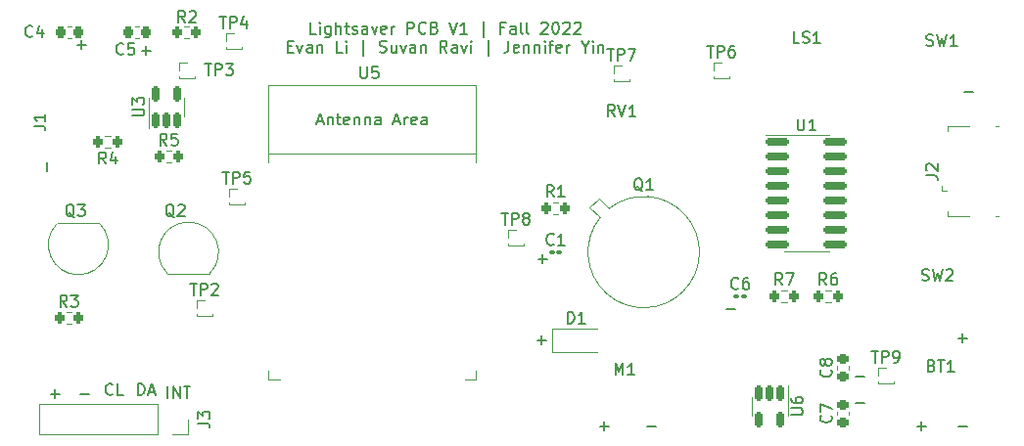
<source format=gto>
G04 #@! TF.GenerationSoftware,KiCad,Pcbnew,(6.0.7-1)-1*
G04 #@! TF.CreationDate,2022-11-10T23:35:09-08:00*
G04 #@! TF.ProjectId,Lightsaber,4c696768-7473-4616-9265-722e6b696361,rev?*
G04 #@! TF.SameCoordinates,Original*
G04 #@! TF.FileFunction,Legend,Top*
G04 #@! TF.FilePolarity,Positive*
%FSLAX46Y46*%
G04 Gerber Fmt 4.6, Leading zero omitted, Abs format (unit mm)*
G04 Created by KiCad (PCBNEW (6.0.7-1)-1) date 2022-11-10 23:35:09*
%MOMM*%
%LPD*%
G01*
G04 APERTURE LIST*
G04 Aperture macros list*
%AMRoundRect*
0 Rectangle with rounded corners*
0 $1 Rounding radius*
0 $2 $3 $4 $5 $6 $7 $8 $9 X,Y pos of 4 corners*
0 Add a 4 corners polygon primitive as box body*
4,1,4,$2,$3,$4,$5,$6,$7,$8,$9,$2,$3,0*
0 Add four circle primitives for the rounded corners*
1,1,$1+$1,$2,$3*
1,1,$1+$1,$4,$5*
1,1,$1+$1,$6,$7*
1,1,$1+$1,$8,$9*
0 Add four rect primitives between the rounded corners*
20,1,$1+$1,$2,$3,$4,$5,0*
20,1,$1+$1,$4,$5,$6,$7,0*
20,1,$1+$1,$6,$7,$8,$9,0*
20,1,$1+$1,$8,$9,$2,$3,0*%
G04 Aperture macros list end*
%ADD10C,0.150000*%
%ADD11C,0.120000*%
%ADD12R,2.000000X2.000000*%
%ADD13R,1.700000X1.700000*%
%ADD14O,1.700000X1.700000*%
%ADD15R,0.850000X0.850000*%
%ADD16RoundRect,0.200000X0.200000X0.275000X-0.200000X0.275000X-0.200000X-0.275000X0.200000X-0.275000X0*%
%ADD17O,1.600000X1.200000*%
%ADD18O,1.200000X1.200000*%
%ADD19RoundRect,0.150000X0.150000X-0.512500X0.150000X0.512500X-0.150000X0.512500X-0.150000X-0.512500X0*%
%ADD20RoundRect,0.200000X-0.200000X-0.275000X0.200000X-0.275000X0.200000X0.275000X-0.200000X0.275000X0*%
%ADD21R,1.100000X1.100000*%
%ADD22C,2.000000*%
%ADD23RoundRect,0.100000X-0.130000X-0.100000X0.130000X-0.100000X0.130000X0.100000X-0.130000X0.100000X0*%
%ADD24RoundRect,0.225000X0.250000X-0.225000X0.250000X0.225000X-0.250000X0.225000X-0.250000X-0.225000X0*%
%ADD25RoundRect,0.225000X-0.225000X-0.250000X0.225000X-0.250000X0.225000X0.250000X-0.225000X0.250000X0*%
%ADD26R,1.500000X0.900000*%
%ADD27R,0.900000X1.500000*%
%ADD28R,0.900000X0.900000*%
%ADD29R,1.050000X1.500000*%
%ADD30O,1.050000X1.500000*%
%ADD31RoundRect,0.150000X-0.150000X0.512500X-0.150000X-0.512500X0.150000X-0.512500X0.150000X0.512500X0*%
%ADD32R,1.350000X0.400000*%
%ADD33C,1.450000*%
%ADD34R,1.900000X1.200000*%
%ADD35O,1.900000X1.200000*%
%ADD36R,1.900000X1.500000*%
%ADD37RoundRect,0.150000X-0.850000X-0.150000X0.850000X-0.150000X0.850000X0.150000X-0.850000X0.150000X0*%
G04 APERTURE END LIST*
D10*
X115681238Y-112974380D02*
X115681238Y-111974380D01*
X116157428Y-112974380D02*
X116157428Y-111974380D01*
X116728857Y-112974380D01*
X116728857Y-111974380D01*
X117062190Y-111974380D02*
X117633619Y-111974380D01*
X117347904Y-112974380D02*
X117347904Y-111974380D01*
X113101523Y-112720380D02*
X113101523Y-111720380D01*
X113339619Y-111720380D01*
X113482476Y-111768000D01*
X113577714Y-111863238D01*
X113625333Y-111958476D01*
X113672952Y-112148952D01*
X113672952Y-112291809D01*
X113625333Y-112482285D01*
X113577714Y-112577523D01*
X113482476Y-112672761D01*
X113339619Y-112720380D01*
X113101523Y-112720380D01*
X114053904Y-112434666D02*
X114530095Y-112434666D01*
X113958666Y-112720380D02*
X114292000Y-111720380D01*
X114625333Y-112720380D01*
X110902761Y-112625142D02*
X110855142Y-112672761D01*
X110712285Y-112720380D01*
X110617047Y-112720380D01*
X110474190Y-112672761D01*
X110378952Y-112577523D01*
X110331333Y-112482285D01*
X110283714Y-112291809D01*
X110283714Y-112148952D01*
X110331333Y-111958476D01*
X110378952Y-111863238D01*
X110474190Y-111768000D01*
X110617047Y-111720380D01*
X110712285Y-111720380D01*
X110855142Y-111768000D01*
X110902761Y-111815619D01*
X111807523Y-112720380D02*
X111331333Y-112720380D01*
X111331333Y-111720380D01*
X108077047Y-112593428D02*
X108838952Y-112593428D01*
X105537047Y-112593428D02*
X106298952Y-112593428D01*
X105918000Y-112974380D02*
X105918000Y-112212476D01*
X153035047Y-115387428D02*
X153796952Y-115387428D01*
X153416000Y-115768380D02*
X153416000Y-115006476D01*
X175133047Y-113355428D02*
X175894952Y-113355428D01*
X105227428Y-93344952D02*
X105227428Y-92583047D01*
X184023047Y-115387428D02*
X184784952Y-115387428D01*
X157099047Y-115387428D02*
X157860952Y-115387428D01*
X163957047Y-105227428D02*
X164718952Y-105227428D01*
X113411047Y-82875428D02*
X114172952Y-82875428D01*
X113792000Y-83256380D02*
X113792000Y-82494476D01*
X147701047Y-100909428D02*
X148462952Y-100909428D01*
X148082000Y-101290380D02*
X148082000Y-100528476D01*
X184023047Y-107767428D02*
X184784952Y-107767428D01*
X184404000Y-108148380D02*
X184404000Y-107386476D01*
X128509523Y-81435380D02*
X128033333Y-81435380D01*
X128033333Y-80435380D01*
X128842857Y-81435380D02*
X128842857Y-80768714D01*
X128842857Y-80435380D02*
X128795238Y-80483000D01*
X128842857Y-80530619D01*
X128890476Y-80483000D01*
X128842857Y-80435380D01*
X128842857Y-80530619D01*
X129747619Y-80768714D02*
X129747619Y-81578238D01*
X129700000Y-81673476D01*
X129652380Y-81721095D01*
X129557142Y-81768714D01*
X129414285Y-81768714D01*
X129319047Y-81721095D01*
X129747619Y-81387761D02*
X129652380Y-81435380D01*
X129461904Y-81435380D01*
X129366666Y-81387761D01*
X129319047Y-81340142D01*
X129271428Y-81244904D01*
X129271428Y-80959190D01*
X129319047Y-80863952D01*
X129366666Y-80816333D01*
X129461904Y-80768714D01*
X129652380Y-80768714D01*
X129747619Y-80816333D01*
X130223809Y-81435380D02*
X130223809Y-80435380D01*
X130652380Y-81435380D02*
X130652380Y-80911571D01*
X130604761Y-80816333D01*
X130509523Y-80768714D01*
X130366666Y-80768714D01*
X130271428Y-80816333D01*
X130223809Y-80863952D01*
X130985714Y-80768714D02*
X131366666Y-80768714D01*
X131128571Y-80435380D02*
X131128571Y-81292523D01*
X131176190Y-81387761D01*
X131271428Y-81435380D01*
X131366666Y-81435380D01*
X131652380Y-81387761D02*
X131747619Y-81435380D01*
X131938095Y-81435380D01*
X132033333Y-81387761D01*
X132080952Y-81292523D01*
X132080952Y-81244904D01*
X132033333Y-81149666D01*
X131938095Y-81102047D01*
X131795238Y-81102047D01*
X131700000Y-81054428D01*
X131652380Y-80959190D01*
X131652380Y-80911571D01*
X131700000Y-80816333D01*
X131795238Y-80768714D01*
X131938095Y-80768714D01*
X132033333Y-80816333D01*
X132938095Y-81435380D02*
X132938095Y-80911571D01*
X132890476Y-80816333D01*
X132795238Y-80768714D01*
X132604761Y-80768714D01*
X132509523Y-80816333D01*
X132938095Y-81387761D02*
X132842857Y-81435380D01*
X132604761Y-81435380D01*
X132509523Y-81387761D01*
X132461904Y-81292523D01*
X132461904Y-81197285D01*
X132509523Y-81102047D01*
X132604761Y-81054428D01*
X132842857Y-81054428D01*
X132938095Y-81006809D01*
X133319047Y-80768714D02*
X133557142Y-81435380D01*
X133795238Y-80768714D01*
X134557142Y-81387761D02*
X134461904Y-81435380D01*
X134271428Y-81435380D01*
X134176190Y-81387761D01*
X134128571Y-81292523D01*
X134128571Y-80911571D01*
X134176190Y-80816333D01*
X134271428Y-80768714D01*
X134461904Y-80768714D01*
X134557142Y-80816333D01*
X134604761Y-80911571D01*
X134604761Y-81006809D01*
X134128571Y-81102047D01*
X135033333Y-81435380D02*
X135033333Y-80768714D01*
X135033333Y-80959190D02*
X135080952Y-80863952D01*
X135128571Y-80816333D01*
X135223809Y-80768714D01*
X135319047Y-80768714D01*
X136414285Y-81435380D02*
X136414285Y-80435380D01*
X136795238Y-80435380D01*
X136890476Y-80483000D01*
X136938095Y-80530619D01*
X136985714Y-80625857D01*
X136985714Y-80768714D01*
X136938095Y-80863952D01*
X136890476Y-80911571D01*
X136795238Y-80959190D01*
X136414285Y-80959190D01*
X137985714Y-81340142D02*
X137938095Y-81387761D01*
X137795238Y-81435380D01*
X137700000Y-81435380D01*
X137557142Y-81387761D01*
X137461904Y-81292523D01*
X137414285Y-81197285D01*
X137366666Y-81006809D01*
X137366666Y-80863952D01*
X137414285Y-80673476D01*
X137461904Y-80578238D01*
X137557142Y-80483000D01*
X137700000Y-80435380D01*
X137795238Y-80435380D01*
X137938095Y-80483000D01*
X137985714Y-80530619D01*
X138747619Y-80911571D02*
X138890476Y-80959190D01*
X138938095Y-81006809D01*
X138985714Y-81102047D01*
X138985714Y-81244904D01*
X138938095Y-81340142D01*
X138890476Y-81387761D01*
X138795238Y-81435380D01*
X138414285Y-81435380D01*
X138414285Y-80435380D01*
X138747619Y-80435380D01*
X138842857Y-80483000D01*
X138890476Y-80530619D01*
X138938095Y-80625857D01*
X138938095Y-80721095D01*
X138890476Y-80816333D01*
X138842857Y-80863952D01*
X138747619Y-80911571D01*
X138414285Y-80911571D01*
X140033333Y-80435380D02*
X140366666Y-81435380D01*
X140700000Y-80435380D01*
X141557142Y-81435380D02*
X140985714Y-81435380D01*
X141271428Y-81435380D02*
X141271428Y-80435380D01*
X141176190Y-80578238D01*
X141080952Y-80673476D01*
X140985714Y-80721095D01*
X142985714Y-81768714D02*
X142985714Y-80340142D01*
X144795238Y-80911571D02*
X144461904Y-80911571D01*
X144461904Y-81435380D02*
X144461904Y-80435380D01*
X144938095Y-80435380D01*
X145747619Y-81435380D02*
X145747619Y-80911571D01*
X145700000Y-80816333D01*
X145604761Y-80768714D01*
X145414285Y-80768714D01*
X145319047Y-80816333D01*
X145747619Y-81387761D02*
X145652380Y-81435380D01*
X145414285Y-81435380D01*
X145319047Y-81387761D01*
X145271428Y-81292523D01*
X145271428Y-81197285D01*
X145319047Y-81102047D01*
X145414285Y-81054428D01*
X145652380Y-81054428D01*
X145747619Y-81006809D01*
X146366666Y-81435380D02*
X146271428Y-81387761D01*
X146223809Y-81292523D01*
X146223809Y-80435380D01*
X146890476Y-81435380D02*
X146795238Y-81387761D01*
X146747619Y-81292523D01*
X146747619Y-80435380D01*
X147985714Y-80530619D02*
X148033333Y-80483000D01*
X148128571Y-80435380D01*
X148366666Y-80435380D01*
X148461904Y-80483000D01*
X148509523Y-80530619D01*
X148557142Y-80625857D01*
X148557142Y-80721095D01*
X148509523Y-80863952D01*
X147938095Y-81435380D01*
X148557142Y-81435380D01*
X149176190Y-80435380D02*
X149271428Y-80435380D01*
X149366666Y-80483000D01*
X149414285Y-80530619D01*
X149461904Y-80625857D01*
X149509523Y-80816333D01*
X149509523Y-81054428D01*
X149461904Y-81244904D01*
X149414285Y-81340142D01*
X149366666Y-81387761D01*
X149271428Y-81435380D01*
X149176190Y-81435380D01*
X149080952Y-81387761D01*
X149033333Y-81340142D01*
X148985714Y-81244904D01*
X148938095Y-81054428D01*
X148938095Y-80816333D01*
X148985714Y-80625857D01*
X149033333Y-80530619D01*
X149080952Y-80483000D01*
X149176190Y-80435380D01*
X149890476Y-80530619D02*
X149938095Y-80483000D01*
X150033333Y-80435380D01*
X150271428Y-80435380D01*
X150366666Y-80483000D01*
X150414285Y-80530619D01*
X150461904Y-80625857D01*
X150461904Y-80721095D01*
X150414285Y-80863952D01*
X149842857Y-81435380D01*
X150461904Y-81435380D01*
X150842857Y-80530619D02*
X150890476Y-80483000D01*
X150985714Y-80435380D01*
X151223809Y-80435380D01*
X151319047Y-80483000D01*
X151366666Y-80530619D01*
X151414285Y-80625857D01*
X151414285Y-80721095D01*
X151366666Y-80863952D01*
X150795238Y-81435380D01*
X151414285Y-81435380D01*
X126057142Y-82521571D02*
X126390476Y-82521571D01*
X126533333Y-83045380D02*
X126057142Y-83045380D01*
X126057142Y-82045380D01*
X126533333Y-82045380D01*
X126866666Y-82378714D02*
X127104761Y-83045380D01*
X127342857Y-82378714D01*
X128152380Y-83045380D02*
X128152380Y-82521571D01*
X128104761Y-82426333D01*
X128009523Y-82378714D01*
X127819047Y-82378714D01*
X127723809Y-82426333D01*
X128152380Y-82997761D02*
X128057142Y-83045380D01*
X127819047Y-83045380D01*
X127723809Y-82997761D01*
X127676190Y-82902523D01*
X127676190Y-82807285D01*
X127723809Y-82712047D01*
X127819047Y-82664428D01*
X128057142Y-82664428D01*
X128152380Y-82616809D01*
X128628571Y-82378714D02*
X128628571Y-83045380D01*
X128628571Y-82473952D02*
X128676190Y-82426333D01*
X128771428Y-82378714D01*
X128914285Y-82378714D01*
X129009523Y-82426333D01*
X129057142Y-82521571D01*
X129057142Y-83045380D01*
X130771428Y-83045380D02*
X130295238Y-83045380D01*
X130295238Y-82045380D01*
X131104761Y-83045380D02*
X131104761Y-82378714D01*
X131104761Y-82045380D02*
X131057142Y-82093000D01*
X131104761Y-82140619D01*
X131152380Y-82093000D01*
X131104761Y-82045380D01*
X131104761Y-82140619D01*
X132580952Y-83378714D02*
X132580952Y-81950142D01*
X134009523Y-82997761D02*
X134152380Y-83045380D01*
X134390476Y-83045380D01*
X134485714Y-82997761D01*
X134533333Y-82950142D01*
X134580952Y-82854904D01*
X134580952Y-82759666D01*
X134533333Y-82664428D01*
X134485714Y-82616809D01*
X134390476Y-82569190D01*
X134200000Y-82521571D01*
X134104761Y-82473952D01*
X134057142Y-82426333D01*
X134009523Y-82331095D01*
X134009523Y-82235857D01*
X134057142Y-82140619D01*
X134104761Y-82093000D01*
X134200000Y-82045380D01*
X134438095Y-82045380D01*
X134580952Y-82093000D01*
X135438095Y-82378714D02*
X135438095Y-83045380D01*
X135009523Y-82378714D02*
X135009523Y-82902523D01*
X135057142Y-82997761D01*
X135152380Y-83045380D01*
X135295238Y-83045380D01*
X135390476Y-82997761D01*
X135438095Y-82950142D01*
X135819047Y-82378714D02*
X136057142Y-83045380D01*
X136295238Y-82378714D01*
X137104761Y-83045380D02*
X137104761Y-82521571D01*
X137057142Y-82426333D01*
X136961904Y-82378714D01*
X136771428Y-82378714D01*
X136676190Y-82426333D01*
X137104761Y-82997761D02*
X137009523Y-83045380D01*
X136771428Y-83045380D01*
X136676190Y-82997761D01*
X136628571Y-82902523D01*
X136628571Y-82807285D01*
X136676190Y-82712047D01*
X136771428Y-82664428D01*
X137009523Y-82664428D01*
X137104761Y-82616809D01*
X137580952Y-82378714D02*
X137580952Y-83045380D01*
X137580952Y-82473952D02*
X137628571Y-82426333D01*
X137723809Y-82378714D01*
X137866666Y-82378714D01*
X137961904Y-82426333D01*
X138009523Y-82521571D01*
X138009523Y-83045380D01*
X139819047Y-83045380D02*
X139485714Y-82569190D01*
X139247619Y-83045380D02*
X139247619Y-82045380D01*
X139628571Y-82045380D01*
X139723809Y-82093000D01*
X139771428Y-82140619D01*
X139819047Y-82235857D01*
X139819047Y-82378714D01*
X139771428Y-82473952D01*
X139723809Y-82521571D01*
X139628571Y-82569190D01*
X139247619Y-82569190D01*
X140676190Y-83045380D02*
X140676190Y-82521571D01*
X140628571Y-82426333D01*
X140533333Y-82378714D01*
X140342857Y-82378714D01*
X140247619Y-82426333D01*
X140676190Y-82997761D02*
X140580952Y-83045380D01*
X140342857Y-83045380D01*
X140247619Y-82997761D01*
X140200000Y-82902523D01*
X140200000Y-82807285D01*
X140247619Y-82712047D01*
X140342857Y-82664428D01*
X140580952Y-82664428D01*
X140676190Y-82616809D01*
X141057142Y-82378714D02*
X141295238Y-83045380D01*
X141533333Y-82378714D01*
X141914285Y-83045380D02*
X141914285Y-82378714D01*
X141914285Y-82045380D02*
X141866666Y-82093000D01*
X141914285Y-82140619D01*
X141961904Y-82093000D01*
X141914285Y-82045380D01*
X141914285Y-82140619D01*
X143390476Y-83378714D02*
X143390476Y-81950142D01*
X145152380Y-82045380D02*
X145152380Y-82759666D01*
X145104761Y-82902523D01*
X145009523Y-82997761D01*
X144866666Y-83045380D01*
X144771428Y-83045380D01*
X146009523Y-82997761D02*
X145914285Y-83045380D01*
X145723809Y-83045380D01*
X145628571Y-82997761D01*
X145580952Y-82902523D01*
X145580952Y-82521571D01*
X145628571Y-82426333D01*
X145723809Y-82378714D01*
X145914285Y-82378714D01*
X146009523Y-82426333D01*
X146057142Y-82521571D01*
X146057142Y-82616809D01*
X145580952Y-82712047D01*
X146485714Y-82378714D02*
X146485714Y-83045380D01*
X146485714Y-82473952D02*
X146533333Y-82426333D01*
X146628571Y-82378714D01*
X146771428Y-82378714D01*
X146866666Y-82426333D01*
X146914285Y-82521571D01*
X146914285Y-83045380D01*
X147390476Y-82378714D02*
X147390476Y-83045380D01*
X147390476Y-82473952D02*
X147438095Y-82426333D01*
X147533333Y-82378714D01*
X147676190Y-82378714D01*
X147771428Y-82426333D01*
X147819047Y-82521571D01*
X147819047Y-83045380D01*
X148295238Y-83045380D02*
X148295238Y-82378714D01*
X148295238Y-82045380D02*
X148247619Y-82093000D01*
X148295238Y-82140619D01*
X148342857Y-82093000D01*
X148295238Y-82045380D01*
X148295238Y-82140619D01*
X148628571Y-82378714D02*
X149009523Y-82378714D01*
X148771428Y-83045380D02*
X148771428Y-82188238D01*
X148819047Y-82093000D01*
X148914285Y-82045380D01*
X149009523Y-82045380D01*
X149723809Y-82997761D02*
X149628571Y-83045380D01*
X149438095Y-83045380D01*
X149342857Y-82997761D01*
X149295238Y-82902523D01*
X149295238Y-82521571D01*
X149342857Y-82426333D01*
X149438095Y-82378714D01*
X149628571Y-82378714D01*
X149723809Y-82426333D01*
X149771428Y-82521571D01*
X149771428Y-82616809D01*
X149295238Y-82712047D01*
X150200000Y-83045380D02*
X150200000Y-82378714D01*
X150200000Y-82569190D02*
X150247619Y-82473952D01*
X150295238Y-82426333D01*
X150390476Y-82378714D01*
X150485714Y-82378714D01*
X151771428Y-82569190D02*
X151771428Y-83045380D01*
X151438095Y-82045380D02*
X151771428Y-82569190D01*
X152104761Y-82045380D01*
X152438095Y-83045380D02*
X152438095Y-82378714D01*
X152438095Y-82045380D02*
X152390476Y-82093000D01*
X152438095Y-82140619D01*
X152485714Y-82093000D01*
X152438095Y-82045380D01*
X152438095Y-82140619D01*
X152914285Y-82378714D02*
X152914285Y-83045380D01*
X152914285Y-82473952D02*
X152961904Y-82426333D01*
X153057142Y-82378714D01*
X153200000Y-82378714D01*
X153295238Y-82426333D01*
X153342857Y-82521571D01*
X153342857Y-83045380D01*
X107823047Y-82367428D02*
X108584952Y-82367428D01*
X108204000Y-82748380D02*
X108204000Y-81986476D01*
X180467047Y-115387428D02*
X181228952Y-115387428D01*
X180848000Y-115768380D02*
X180848000Y-115006476D01*
X175133047Y-111069428D02*
X175894952Y-111069428D01*
X148010571Y-107569047D02*
X148010571Y-108330952D01*
X147629619Y-107950000D02*
X148391523Y-107950000D01*
X184531047Y-86431428D02*
X185292952Y-86431428D01*
X104100380Y-89423333D02*
X104814666Y-89423333D01*
X104957523Y-89470952D01*
X105052761Y-89566190D01*
X105100380Y-89709047D01*
X105100380Y-89804285D01*
X105100380Y-88423333D02*
X105100380Y-88994761D01*
X105100380Y-88709047D02*
X104100380Y-88709047D01*
X104243238Y-88804285D01*
X104338476Y-88899523D01*
X104386095Y-88994761D01*
X118300380Y-115141333D02*
X119014666Y-115141333D01*
X119157523Y-115188952D01*
X119252761Y-115284190D01*
X119300380Y-115427047D01*
X119300380Y-115522285D01*
X118300380Y-114760380D02*
X118300380Y-114141333D01*
X118681333Y-114474666D01*
X118681333Y-114331809D01*
X118728952Y-114236571D01*
X118776571Y-114188952D01*
X118871809Y-114141333D01*
X119109904Y-114141333D01*
X119205142Y-114188952D01*
X119252761Y-114236571D01*
X119300380Y-114331809D01*
X119300380Y-114617523D01*
X119252761Y-114712761D01*
X119205142Y-114760380D01*
X176538095Y-108890380D02*
X177109523Y-108890380D01*
X176823809Y-109890380D02*
X176823809Y-108890380D01*
X177442857Y-109890380D02*
X177442857Y-108890380D01*
X177823809Y-108890380D01*
X177919047Y-108938000D01*
X177966666Y-108985619D01*
X178014285Y-109080857D01*
X178014285Y-109223714D01*
X177966666Y-109318952D01*
X177919047Y-109366571D01*
X177823809Y-109414190D01*
X177442857Y-109414190D01*
X178490476Y-109890380D02*
X178680952Y-109890380D01*
X178776190Y-109842761D01*
X178823809Y-109795142D01*
X178919047Y-109652285D01*
X178966666Y-109461809D01*
X178966666Y-109080857D01*
X178919047Y-108985619D01*
X178871428Y-108938000D01*
X178776190Y-108890380D01*
X178585714Y-108890380D01*
X178490476Y-108938000D01*
X178442857Y-108985619D01*
X178395238Y-109080857D01*
X178395238Y-109318952D01*
X178442857Y-109414190D01*
X178490476Y-109461809D01*
X178585714Y-109509428D01*
X178776190Y-109509428D01*
X178871428Y-109461809D01*
X178919047Y-109414190D01*
X178966666Y-109318952D01*
X144534095Y-96952380D02*
X145105523Y-96952380D01*
X144819809Y-97952380D02*
X144819809Y-96952380D01*
X145438857Y-97952380D02*
X145438857Y-96952380D01*
X145819809Y-96952380D01*
X145915047Y-97000000D01*
X145962666Y-97047619D01*
X146010285Y-97142857D01*
X146010285Y-97285714D01*
X145962666Y-97380952D01*
X145915047Y-97428571D01*
X145819809Y-97476190D01*
X145438857Y-97476190D01*
X146581714Y-97380952D02*
X146486476Y-97333333D01*
X146438857Y-97285714D01*
X146391238Y-97190476D01*
X146391238Y-97142857D01*
X146438857Y-97047619D01*
X146486476Y-97000000D01*
X146581714Y-96952380D01*
X146772190Y-96952380D01*
X146867428Y-97000000D01*
X146915047Y-97047619D01*
X146962666Y-97142857D01*
X146962666Y-97190476D01*
X146915047Y-97285714D01*
X146867428Y-97333333D01*
X146772190Y-97380952D01*
X146581714Y-97380952D01*
X146486476Y-97428571D01*
X146438857Y-97476190D01*
X146391238Y-97571428D01*
X146391238Y-97761904D01*
X146438857Y-97857142D01*
X146486476Y-97904761D01*
X146581714Y-97952380D01*
X146772190Y-97952380D01*
X146867428Y-97904761D01*
X146915047Y-97857142D01*
X146962666Y-97761904D01*
X146962666Y-97571428D01*
X146915047Y-97476190D01*
X146867428Y-97428571D01*
X146772190Y-97380952D01*
X153678095Y-82728380D02*
X154249523Y-82728380D01*
X153963809Y-83728380D02*
X153963809Y-82728380D01*
X154582857Y-83728380D02*
X154582857Y-82728380D01*
X154963809Y-82728380D01*
X155059047Y-82776000D01*
X155106666Y-82823619D01*
X155154285Y-82918857D01*
X155154285Y-83061714D01*
X155106666Y-83156952D01*
X155059047Y-83204571D01*
X154963809Y-83252190D01*
X154582857Y-83252190D01*
X155487619Y-82728380D02*
X156154285Y-82728380D01*
X155725714Y-83728380D01*
X162314095Y-82474380D02*
X162885523Y-82474380D01*
X162599809Y-83474380D02*
X162599809Y-82474380D01*
X163218857Y-83474380D02*
X163218857Y-82474380D01*
X163599809Y-82474380D01*
X163695047Y-82522000D01*
X163742666Y-82569619D01*
X163790285Y-82664857D01*
X163790285Y-82807714D01*
X163742666Y-82902952D01*
X163695047Y-82950571D01*
X163599809Y-82998190D01*
X163218857Y-82998190D01*
X164647428Y-82474380D02*
X164456952Y-82474380D01*
X164361714Y-82522000D01*
X164314095Y-82569619D01*
X164218857Y-82712476D01*
X164171238Y-82902952D01*
X164171238Y-83283904D01*
X164218857Y-83379142D01*
X164266476Y-83426761D01*
X164361714Y-83474380D01*
X164552190Y-83474380D01*
X164647428Y-83426761D01*
X164695047Y-83379142D01*
X164742666Y-83283904D01*
X164742666Y-83045809D01*
X164695047Y-82950571D01*
X164647428Y-82902952D01*
X164552190Y-82855333D01*
X164361714Y-82855333D01*
X164266476Y-82902952D01*
X164218857Y-82950571D01*
X164171238Y-83045809D01*
X120404095Y-93396380D02*
X120975523Y-93396380D01*
X120689809Y-94396380D02*
X120689809Y-93396380D01*
X121308857Y-94396380D02*
X121308857Y-93396380D01*
X121689809Y-93396380D01*
X121785047Y-93444000D01*
X121832666Y-93491619D01*
X121880285Y-93586857D01*
X121880285Y-93729714D01*
X121832666Y-93824952D01*
X121785047Y-93872571D01*
X121689809Y-93920190D01*
X121308857Y-93920190D01*
X122785047Y-93396380D02*
X122308857Y-93396380D01*
X122261238Y-93872571D01*
X122308857Y-93824952D01*
X122404095Y-93777333D01*
X122642190Y-93777333D01*
X122737428Y-93824952D01*
X122785047Y-93872571D01*
X122832666Y-93967809D01*
X122832666Y-94205904D01*
X122785047Y-94301142D01*
X122737428Y-94348761D01*
X122642190Y-94396380D01*
X122404095Y-94396380D01*
X122308857Y-94348761D01*
X122261238Y-94301142D01*
X120150095Y-79934380D02*
X120721523Y-79934380D01*
X120435809Y-80934380D02*
X120435809Y-79934380D01*
X121054857Y-80934380D02*
X121054857Y-79934380D01*
X121435809Y-79934380D01*
X121531047Y-79982000D01*
X121578666Y-80029619D01*
X121626285Y-80124857D01*
X121626285Y-80267714D01*
X121578666Y-80362952D01*
X121531047Y-80410571D01*
X121435809Y-80458190D01*
X121054857Y-80458190D01*
X122483428Y-80267714D02*
X122483428Y-80934380D01*
X122245333Y-79886761D02*
X122007238Y-80601047D01*
X122626285Y-80601047D01*
X118880095Y-84034380D02*
X119451523Y-84034380D01*
X119165809Y-85034380D02*
X119165809Y-84034380D01*
X119784857Y-85034380D02*
X119784857Y-84034380D01*
X120165809Y-84034380D01*
X120261047Y-84082000D01*
X120308666Y-84129619D01*
X120356285Y-84224857D01*
X120356285Y-84367714D01*
X120308666Y-84462952D01*
X120261047Y-84510571D01*
X120165809Y-84558190D01*
X119784857Y-84558190D01*
X120689619Y-84034380D02*
X121308666Y-84034380D01*
X120975333Y-84415333D01*
X121118190Y-84415333D01*
X121213428Y-84462952D01*
X121261047Y-84510571D01*
X121308666Y-84605809D01*
X121308666Y-84843904D01*
X121261047Y-84939142D01*
X121213428Y-84986761D01*
X121118190Y-85034380D01*
X120832476Y-85034380D01*
X120737238Y-84986761D01*
X120689619Y-84939142D01*
X117610095Y-103048380D02*
X118181523Y-103048380D01*
X117895809Y-104048380D02*
X117895809Y-103048380D01*
X118514857Y-104048380D02*
X118514857Y-103048380D01*
X118895809Y-103048380D01*
X118991047Y-103096000D01*
X119038666Y-103143619D01*
X119086285Y-103238857D01*
X119086285Y-103381714D01*
X119038666Y-103476952D01*
X118991047Y-103524571D01*
X118895809Y-103572190D01*
X118514857Y-103572190D01*
X119467238Y-103143619D02*
X119514857Y-103096000D01*
X119610095Y-103048380D01*
X119848190Y-103048380D01*
X119943428Y-103096000D01*
X119991047Y-103143619D01*
X120038666Y-103238857D01*
X120038666Y-103334095D01*
X119991047Y-103476952D01*
X119419619Y-104048380D01*
X120038666Y-104048380D01*
X110323333Y-92687380D02*
X109990000Y-92211190D01*
X109751904Y-92687380D02*
X109751904Y-91687380D01*
X110132857Y-91687380D01*
X110228095Y-91735000D01*
X110275714Y-91782619D01*
X110323333Y-91877857D01*
X110323333Y-92020714D01*
X110275714Y-92115952D01*
X110228095Y-92163571D01*
X110132857Y-92211190D01*
X109751904Y-92211190D01*
X111180476Y-92020714D02*
X111180476Y-92687380D01*
X110942380Y-91639761D02*
X110704285Y-92354047D01*
X111323333Y-92354047D01*
X156749761Y-95057619D02*
X156654523Y-95010000D01*
X156559285Y-94914761D01*
X156416428Y-94771904D01*
X156321190Y-94724285D01*
X156225952Y-94724285D01*
X156273571Y-94962380D02*
X156178333Y-94914761D01*
X156083095Y-94819523D01*
X156035476Y-94629047D01*
X156035476Y-94295714D01*
X156083095Y-94105238D01*
X156178333Y-94010000D01*
X156273571Y-93962380D01*
X156464047Y-93962380D01*
X156559285Y-94010000D01*
X156654523Y-94105238D01*
X156702142Y-94295714D01*
X156702142Y-94629047D01*
X156654523Y-94819523D01*
X156559285Y-94914761D01*
X156464047Y-94962380D01*
X156273571Y-94962380D01*
X157654523Y-94962380D02*
X157083095Y-94962380D01*
X157368809Y-94962380D02*
X157368809Y-93962380D01*
X157273571Y-94105238D01*
X157178333Y-94200476D01*
X157083095Y-94248095D01*
X112622380Y-88524404D02*
X113431904Y-88524404D01*
X113527142Y-88476785D01*
X113574761Y-88429166D01*
X113622380Y-88333928D01*
X113622380Y-88143452D01*
X113574761Y-88048214D01*
X113527142Y-88000595D01*
X113431904Y-87952976D01*
X112622380Y-87952976D01*
X112622380Y-87572023D02*
X112622380Y-86952976D01*
X113003333Y-87286309D01*
X113003333Y-87143452D01*
X113050952Y-87048214D01*
X113098571Y-87000595D01*
X113193809Y-86952976D01*
X113431904Y-86952976D01*
X113527142Y-87000595D01*
X113574761Y-87048214D01*
X113622380Y-87143452D01*
X113622380Y-87429166D01*
X113574761Y-87524404D01*
X113527142Y-87572023D01*
X181292666Y-82446761D02*
X181435523Y-82494380D01*
X181673619Y-82494380D01*
X181768857Y-82446761D01*
X181816476Y-82399142D01*
X181864095Y-82303904D01*
X181864095Y-82208666D01*
X181816476Y-82113428D01*
X181768857Y-82065809D01*
X181673619Y-82018190D01*
X181483142Y-81970571D01*
X181387904Y-81922952D01*
X181340285Y-81875333D01*
X181292666Y-81780095D01*
X181292666Y-81684857D01*
X181340285Y-81589619D01*
X181387904Y-81542000D01*
X181483142Y-81494380D01*
X181721238Y-81494380D01*
X181864095Y-81542000D01*
X182197428Y-81494380D02*
X182435523Y-82494380D01*
X182626000Y-81780095D01*
X182816476Y-82494380D01*
X183054571Y-81494380D01*
X183959333Y-82494380D02*
X183387904Y-82494380D01*
X183673619Y-82494380D02*
X183673619Y-81494380D01*
X183578380Y-81637238D01*
X183483142Y-81732476D01*
X183387904Y-81780095D01*
X149058333Y-95542380D02*
X148725000Y-95066190D01*
X148486904Y-95542380D02*
X148486904Y-94542380D01*
X148867857Y-94542380D01*
X148963095Y-94590000D01*
X149010714Y-94637619D01*
X149058333Y-94732857D01*
X149058333Y-94875714D01*
X149010714Y-94970952D01*
X148963095Y-95018571D01*
X148867857Y-95066190D01*
X148486904Y-95066190D01*
X150010714Y-95542380D02*
X149439285Y-95542380D01*
X149725000Y-95542380D02*
X149725000Y-94542380D01*
X149629761Y-94685238D01*
X149534523Y-94780476D01*
X149439285Y-94828095D01*
X117181333Y-80462380D02*
X116848000Y-79986190D01*
X116609904Y-80462380D02*
X116609904Y-79462380D01*
X116990857Y-79462380D01*
X117086095Y-79510000D01*
X117133714Y-79557619D01*
X117181333Y-79652857D01*
X117181333Y-79795714D01*
X117133714Y-79890952D01*
X117086095Y-79938571D01*
X116990857Y-79986190D01*
X116609904Y-79986190D01*
X117562285Y-79557619D02*
X117609904Y-79510000D01*
X117705142Y-79462380D01*
X117943238Y-79462380D01*
X118038476Y-79510000D01*
X118086095Y-79557619D01*
X118133714Y-79652857D01*
X118133714Y-79748095D01*
X118086095Y-79890952D01*
X117514666Y-80462380D01*
X118133714Y-80462380D01*
X150264904Y-106497380D02*
X150264904Y-105497380D01*
X150503000Y-105497380D01*
X150645857Y-105545000D01*
X150741095Y-105640238D01*
X150788714Y-105735476D01*
X150836333Y-105925952D01*
X150836333Y-106068809D01*
X150788714Y-106259285D01*
X150741095Y-106354523D01*
X150645857Y-106449761D01*
X150503000Y-106497380D01*
X150264904Y-106497380D01*
X151788714Y-106497380D02*
X151217285Y-106497380D01*
X151503000Y-106497380D02*
X151503000Y-105497380D01*
X151407761Y-105640238D01*
X151312523Y-105735476D01*
X151217285Y-105783095D01*
X180911666Y-102766761D02*
X181054523Y-102814380D01*
X181292619Y-102814380D01*
X181387857Y-102766761D01*
X181435476Y-102719142D01*
X181483095Y-102623904D01*
X181483095Y-102528666D01*
X181435476Y-102433428D01*
X181387857Y-102385809D01*
X181292619Y-102338190D01*
X181102142Y-102290571D01*
X181006904Y-102242952D01*
X180959285Y-102195333D01*
X180911666Y-102100095D01*
X180911666Y-102004857D01*
X180959285Y-101909619D01*
X181006904Y-101862000D01*
X181102142Y-101814380D01*
X181340238Y-101814380D01*
X181483095Y-101862000D01*
X181816428Y-101814380D02*
X182054523Y-102814380D01*
X182245000Y-102100095D01*
X182435476Y-102814380D01*
X182673571Y-101814380D01*
X183006904Y-101909619D02*
X183054523Y-101862000D01*
X183149761Y-101814380D01*
X183387857Y-101814380D01*
X183483095Y-101862000D01*
X183530714Y-101909619D01*
X183578333Y-102004857D01*
X183578333Y-102100095D01*
X183530714Y-102242952D01*
X182959285Y-102814380D01*
X183578333Y-102814380D01*
X154344761Y-88590380D02*
X154011428Y-88114190D01*
X153773333Y-88590380D02*
X153773333Y-87590380D01*
X154154285Y-87590380D01*
X154249523Y-87638000D01*
X154297142Y-87685619D01*
X154344761Y-87780857D01*
X154344761Y-87923714D01*
X154297142Y-88018952D01*
X154249523Y-88066571D01*
X154154285Y-88114190D01*
X153773333Y-88114190D01*
X154630476Y-87590380D02*
X154963809Y-88590380D01*
X155297142Y-87590380D01*
X156154285Y-88590380D02*
X155582857Y-88590380D01*
X155868571Y-88590380D02*
X155868571Y-87590380D01*
X155773333Y-87733238D01*
X155678095Y-87828476D01*
X155582857Y-87876095D01*
X149058333Y-99637142D02*
X149010714Y-99684761D01*
X148867857Y-99732380D01*
X148772619Y-99732380D01*
X148629761Y-99684761D01*
X148534523Y-99589523D01*
X148486904Y-99494285D01*
X148439285Y-99303809D01*
X148439285Y-99160952D01*
X148486904Y-98970476D01*
X148534523Y-98875238D01*
X148629761Y-98780000D01*
X148772619Y-98732380D01*
X148867857Y-98732380D01*
X149010714Y-98780000D01*
X149058333Y-98827619D01*
X150010714Y-99732380D02*
X149439285Y-99732380D01*
X149725000Y-99732380D02*
X149725000Y-98732380D01*
X149629761Y-98875238D01*
X149534523Y-98970476D01*
X149439285Y-99018095D01*
X173012142Y-114466666D02*
X173059761Y-114514285D01*
X173107380Y-114657142D01*
X173107380Y-114752380D01*
X173059761Y-114895238D01*
X172964523Y-114990476D01*
X172869285Y-115038095D01*
X172678809Y-115085714D01*
X172535952Y-115085714D01*
X172345476Y-115038095D01*
X172250238Y-114990476D01*
X172155000Y-114895238D01*
X172107380Y-114752380D01*
X172107380Y-114657142D01*
X172155000Y-114514285D01*
X172202619Y-114466666D01*
X172107380Y-114133333D02*
X172107380Y-113466666D01*
X173107380Y-113895238D01*
X103973333Y-81637142D02*
X103925714Y-81684761D01*
X103782857Y-81732380D01*
X103687619Y-81732380D01*
X103544761Y-81684761D01*
X103449523Y-81589523D01*
X103401904Y-81494285D01*
X103354285Y-81303809D01*
X103354285Y-81160952D01*
X103401904Y-80970476D01*
X103449523Y-80875238D01*
X103544761Y-80780000D01*
X103687619Y-80732380D01*
X103782857Y-80732380D01*
X103925714Y-80780000D01*
X103973333Y-80827619D01*
X104830476Y-81065714D02*
X104830476Y-81732380D01*
X104592380Y-80684761D02*
X104354285Y-81399047D01*
X104973333Y-81399047D01*
X173012142Y-110516666D02*
X173059761Y-110564285D01*
X173107380Y-110707142D01*
X173107380Y-110802380D01*
X173059761Y-110945238D01*
X172964523Y-111040476D01*
X172869285Y-111088095D01*
X172678809Y-111135714D01*
X172535952Y-111135714D01*
X172345476Y-111088095D01*
X172250238Y-111040476D01*
X172155000Y-110945238D01*
X172107380Y-110802380D01*
X172107380Y-110707142D01*
X172155000Y-110564285D01*
X172202619Y-110516666D01*
X172535952Y-109945238D02*
X172488333Y-110040476D01*
X172440714Y-110088095D01*
X172345476Y-110135714D01*
X172297857Y-110135714D01*
X172202619Y-110088095D01*
X172155000Y-110040476D01*
X172107380Y-109945238D01*
X172107380Y-109754761D01*
X172155000Y-109659523D01*
X172202619Y-109611904D01*
X172297857Y-109564285D01*
X172345476Y-109564285D01*
X172440714Y-109611904D01*
X172488333Y-109659523D01*
X172535952Y-109754761D01*
X172535952Y-109945238D01*
X172583571Y-110040476D01*
X172631190Y-110088095D01*
X172726428Y-110135714D01*
X172916904Y-110135714D01*
X173012142Y-110088095D01*
X173059761Y-110040476D01*
X173107380Y-109945238D01*
X173107380Y-109754761D01*
X173059761Y-109659523D01*
X173012142Y-109611904D01*
X172916904Y-109564285D01*
X172726428Y-109564285D01*
X172631190Y-109611904D01*
X172583571Y-109659523D01*
X172535952Y-109754761D01*
X132334095Y-84288380D02*
X132334095Y-85097904D01*
X132381714Y-85193142D01*
X132429333Y-85240761D01*
X132524571Y-85288380D01*
X132715047Y-85288380D01*
X132810285Y-85240761D01*
X132857904Y-85193142D01*
X132905523Y-85097904D01*
X132905523Y-84288380D01*
X133857904Y-84288380D02*
X133381714Y-84288380D01*
X133334095Y-84764571D01*
X133381714Y-84716952D01*
X133476952Y-84669333D01*
X133715047Y-84669333D01*
X133810285Y-84716952D01*
X133857904Y-84764571D01*
X133905523Y-84859809D01*
X133905523Y-85097904D01*
X133857904Y-85193142D01*
X133810285Y-85240761D01*
X133715047Y-85288380D01*
X133476952Y-85288380D01*
X133381714Y-85240761D01*
X133334095Y-85193142D01*
X128588095Y-89016666D02*
X129064285Y-89016666D01*
X128492857Y-89302380D02*
X128826190Y-88302380D01*
X129159523Y-89302380D01*
X129492857Y-88635714D02*
X129492857Y-89302380D01*
X129492857Y-88730952D02*
X129540476Y-88683333D01*
X129635714Y-88635714D01*
X129778571Y-88635714D01*
X129873809Y-88683333D01*
X129921428Y-88778571D01*
X129921428Y-89302380D01*
X130254761Y-88635714D02*
X130635714Y-88635714D01*
X130397619Y-88302380D02*
X130397619Y-89159523D01*
X130445238Y-89254761D01*
X130540476Y-89302380D01*
X130635714Y-89302380D01*
X131350000Y-89254761D02*
X131254761Y-89302380D01*
X131064285Y-89302380D01*
X130969047Y-89254761D01*
X130921428Y-89159523D01*
X130921428Y-88778571D01*
X130969047Y-88683333D01*
X131064285Y-88635714D01*
X131254761Y-88635714D01*
X131350000Y-88683333D01*
X131397619Y-88778571D01*
X131397619Y-88873809D01*
X130921428Y-88969047D01*
X131826190Y-88635714D02*
X131826190Y-89302380D01*
X131826190Y-88730952D02*
X131873809Y-88683333D01*
X131969047Y-88635714D01*
X132111904Y-88635714D01*
X132207142Y-88683333D01*
X132254761Y-88778571D01*
X132254761Y-89302380D01*
X132730952Y-88635714D02*
X132730952Y-89302380D01*
X132730952Y-88730952D02*
X132778571Y-88683333D01*
X132873809Y-88635714D01*
X133016666Y-88635714D01*
X133111904Y-88683333D01*
X133159523Y-88778571D01*
X133159523Y-89302380D01*
X134064285Y-89302380D02*
X134064285Y-88778571D01*
X134016666Y-88683333D01*
X133921428Y-88635714D01*
X133730952Y-88635714D01*
X133635714Y-88683333D01*
X134064285Y-89254761D02*
X133969047Y-89302380D01*
X133730952Y-89302380D01*
X133635714Y-89254761D01*
X133588095Y-89159523D01*
X133588095Y-89064285D01*
X133635714Y-88969047D01*
X133730952Y-88921428D01*
X133969047Y-88921428D01*
X134064285Y-88873809D01*
X135254761Y-89016666D02*
X135730952Y-89016666D01*
X135159523Y-89302380D02*
X135492857Y-88302380D01*
X135826190Y-89302380D01*
X136159523Y-89302380D02*
X136159523Y-88635714D01*
X136159523Y-88826190D02*
X136207142Y-88730952D01*
X136254761Y-88683333D01*
X136350000Y-88635714D01*
X136445238Y-88635714D01*
X137159523Y-89254761D02*
X137064285Y-89302380D01*
X136873809Y-89302380D01*
X136778571Y-89254761D01*
X136730952Y-89159523D01*
X136730952Y-88778571D01*
X136778571Y-88683333D01*
X136873809Y-88635714D01*
X137064285Y-88635714D01*
X137159523Y-88683333D01*
X137207142Y-88778571D01*
X137207142Y-88873809D01*
X136730952Y-88969047D01*
X138064285Y-89302380D02*
X138064285Y-88778571D01*
X138016666Y-88683333D01*
X137921428Y-88635714D01*
X137730952Y-88635714D01*
X137635714Y-88683333D01*
X138064285Y-89254761D02*
X137969047Y-89302380D01*
X137730952Y-89302380D01*
X137635714Y-89254761D01*
X137588095Y-89159523D01*
X137588095Y-89064285D01*
X137635714Y-88969047D01*
X137730952Y-88921428D01*
X137969047Y-88921428D01*
X138064285Y-88873809D01*
X181744285Y-110164571D02*
X181887142Y-110212190D01*
X181934761Y-110259809D01*
X181982380Y-110355047D01*
X181982380Y-110497904D01*
X181934761Y-110593142D01*
X181887142Y-110640761D01*
X181791904Y-110688380D01*
X181410952Y-110688380D01*
X181410952Y-109688380D01*
X181744285Y-109688380D01*
X181839523Y-109736000D01*
X181887142Y-109783619D01*
X181934761Y-109878857D01*
X181934761Y-109974095D01*
X181887142Y-110069333D01*
X181839523Y-110116952D01*
X181744285Y-110164571D01*
X181410952Y-110164571D01*
X182268095Y-109688380D02*
X182839523Y-109688380D01*
X182553809Y-110688380D02*
X182553809Y-109688380D01*
X183696666Y-110688380D02*
X183125238Y-110688380D01*
X183410952Y-110688380D02*
X183410952Y-109688380D01*
X183315714Y-109831238D01*
X183220476Y-109926476D01*
X183125238Y-109974095D01*
X168838333Y-103162380D02*
X168505000Y-102686190D01*
X168266904Y-103162380D02*
X168266904Y-102162380D01*
X168647857Y-102162380D01*
X168743095Y-102210000D01*
X168790714Y-102257619D01*
X168838333Y-102352857D01*
X168838333Y-102495714D01*
X168790714Y-102590952D01*
X168743095Y-102638571D01*
X168647857Y-102686190D01*
X168266904Y-102686190D01*
X169171666Y-102162380D02*
X169838333Y-102162380D01*
X169409761Y-103162380D01*
X111847333Y-83161142D02*
X111799714Y-83208761D01*
X111656857Y-83256380D01*
X111561619Y-83256380D01*
X111418761Y-83208761D01*
X111323523Y-83113523D01*
X111275904Y-83018285D01*
X111228285Y-82827809D01*
X111228285Y-82684952D01*
X111275904Y-82494476D01*
X111323523Y-82399238D01*
X111418761Y-82304000D01*
X111561619Y-82256380D01*
X111656857Y-82256380D01*
X111799714Y-82304000D01*
X111847333Y-82351619D01*
X112752095Y-82256380D02*
X112275904Y-82256380D01*
X112228285Y-82732571D01*
X112275904Y-82684952D01*
X112371142Y-82637333D01*
X112609238Y-82637333D01*
X112704476Y-82684952D01*
X112752095Y-82732571D01*
X112799714Y-82827809D01*
X112799714Y-83065904D01*
X112752095Y-83161142D01*
X112704476Y-83208761D01*
X112609238Y-83256380D01*
X112371142Y-83256380D01*
X112275904Y-83208761D01*
X112228285Y-83161142D01*
X107600761Y-97321619D02*
X107505523Y-97274000D01*
X107410285Y-97178761D01*
X107267428Y-97035904D01*
X107172190Y-96988285D01*
X107076952Y-96988285D01*
X107124571Y-97226380D02*
X107029333Y-97178761D01*
X106934095Y-97083523D01*
X106886476Y-96893047D01*
X106886476Y-96559714D01*
X106934095Y-96369238D01*
X107029333Y-96274000D01*
X107124571Y-96226380D01*
X107315047Y-96226380D01*
X107410285Y-96274000D01*
X107505523Y-96369238D01*
X107553142Y-96559714D01*
X107553142Y-96893047D01*
X107505523Y-97083523D01*
X107410285Y-97178761D01*
X107315047Y-97226380D01*
X107124571Y-97226380D01*
X107886476Y-96226380D02*
X108505523Y-96226380D01*
X108172190Y-96607333D01*
X108315047Y-96607333D01*
X108410285Y-96654952D01*
X108457904Y-96702571D01*
X108505523Y-96797809D01*
X108505523Y-97035904D01*
X108457904Y-97131142D01*
X108410285Y-97178761D01*
X108315047Y-97226380D01*
X108029333Y-97226380D01*
X107934095Y-97178761D01*
X107886476Y-97131142D01*
X106958333Y-105067380D02*
X106625000Y-104591190D01*
X106386904Y-105067380D02*
X106386904Y-104067380D01*
X106767857Y-104067380D01*
X106863095Y-104115000D01*
X106910714Y-104162619D01*
X106958333Y-104257857D01*
X106958333Y-104400714D01*
X106910714Y-104495952D01*
X106863095Y-104543571D01*
X106767857Y-104591190D01*
X106386904Y-104591190D01*
X107291666Y-104067380D02*
X107910714Y-104067380D01*
X107577380Y-104448333D01*
X107720238Y-104448333D01*
X107815476Y-104495952D01*
X107863095Y-104543571D01*
X107910714Y-104638809D01*
X107910714Y-104876904D01*
X107863095Y-104972142D01*
X107815476Y-105019761D01*
X107720238Y-105067380D01*
X107434523Y-105067380D01*
X107339285Y-105019761D01*
X107291666Y-104972142D01*
X169587380Y-114426904D02*
X170396904Y-114426904D01*
X170492142Y-114379285D01*
X170539761Y-114331666D01*
X170587380Y-114236428D01*
X170587380Y-114045952D01*
X170539761Y-113950714D01*
X170492142Y-113903095D01*
X170396904Y-113855476D01*
X169587380Y-113855476D01*
X169587380Y-112950714D02*
X169587380Y-113141190D01*
X169635000Y-113236428D01*
X169682619Y-113284047D01*
X169825476Y-113379285D01*
X170015952Y-113426904D01*
X170396904Y-113426904D01*
X170492142Y-113379285D01*
X170539761Y-113331666D01*
X170587380Y-113236428D01*
X170587380Y-113045952D01*
X170539761Y-112950714D01*
X170492142Y-112903095D01*
X170396904Y-112855476D01*
X170158809Y-112855476D01*
X170063571Y-112903095D01*
X170015952Y-112950714D01*
X169968333Y-113045952D01*
X169968333Y-113236428D01*
X170015952Y-113331666D01*
X170063571Y-113379285D01*
X170158809Y-113426904D01*
X154384476Y-110942380D02*
X154384476Y-109942380D01*
X154717809Y-110656666D01*
X155051142Y-109942380D01*
X155051142Y-110942380D01*
X156051142Y-110942380D02*
X155479714Y-110942380D01*
X155765428Y-110942380D02*
X155765428Y-109942380D01*
X155670190Y-110085238D01*
X155574952Y-110180476D01*
X155479714Y-110228095D01*
X170299142Y-82240380D02*
X169822952Y-82240380D01*
X169822952Y-81240380D01*
X170584857Y-82192761D02*
X170727714Y-82240380D01*
X170965809Y-82240380D01*
X171061047Y-82192761D01*
X171108666Y-82145142D01*
X171156285Y-82049904D01*
X171156285Y-81954666D01*
X171108666Y-81859428D01*
X171061047Y-81811809D01*
X170965809Y-81764190D01*
X170775333Y-81716571D01*
X170680095Y-81668952D01*
X170632476Y-81621333D01*
X170584857Y-81526095D01*
X170584857Y-81430857D01*
X170632476Y-81335619D01*
X170680095Y-81288000D01*
X170775333Y-81240380D01*
X171013428Y-81240380D01*
X171156285Y-81288000D01*
X172108666Y-82240380D02*
X171537238Y-82240380D01*
X171822952Y-82240380D02*
X171822952Y-81240380D01*
X171727714Y-81383238D01*
X171632476Y-81478476D01*
X171537238Y-81526095D01*
X116236761Y-97321619D02*
X116141523Y-97274000D01*
X116046285Y-97178761D01*
X115903428Y-97035904D01*
X115808190Y-96988285D01*
X115712952Y-96988285D01*
X115760571Y-97226380D02*
X115665333Y-97178761D01*
X115570095Y-97083523D01*
X115522476Y-96893047D01*
X115522476Y-96559714D01*
X115570095Y-96369238D01*
X115665333Y-96274000D01*
X115760571Y-96226380D01*
X115951047Y-96226380D01*
X116046285Y-96274000D01*
X116141523Y-96369238D01*
X116189142Y-96559714D01*
X116189142Y-96893047D01*
X116141523Y-97083523D01*
X116046285Y-97178761D01*
X115951047Y-97226380D01*
X115760571Y-97226380D01*
X116570095Y-96321619D02*
X116617714Y-96274000D01*
X116712952Y-96226380D01*
X116951047Y-96226380D01*
X117046285Y-96274000D01*
X117093904Y-96321619D01*
X117141523Y-96416857D01*
X117141523Y-96512095D01*
X117093904Y-96654952D01*
X116522476Y-97226380D01*
X117141523Y-97226380D01*
X115593333Y-91097380D02*
X115260000Y-90621190D01*
X115021904Y-91097380D02*
X115021904Y-90097380D01*
X115402857Y-90097380D01*
X115498095Y-90145000D01*
X115545714Y-90192619D01*
X115593333Y-90287857D01*
X115593333Y-90430714D01*
X115545714Y-90525952D01*
X115498095Y-90573571D01*
X115402857Y-90621190D01*
X115021904Y-90621190D01*
X116498095Y-90097380D02*
X116021904Y-90097380D01*
X115974285Y-90573571D01*
X116021904Y-90525952D01*
X116117142Y-90478333D01*
X116355238Y-90478333D01*
X116450476Y-90525952D01*
X116498095Y-90573571D01*
X116545714Y-90668809D01*
X116545714Y-90906904D01*
X116498095Y-91002142D01*
X116450476Y-91049761D01*
X116355238Y-91097380D01*
X116117142Y-91097380D01*
X116021904Y-91049761D01*
X115974285Y-91002142D01*
X165028333Y-103447142D02*
X164980714Y-103494761D01*
X164837857Y-103542380D01*
X164742619Y-103542380D01*
X164599761Y-103494761D01*
X164504523Y-103399523D01*
X164456904Y-103304285D01*
X164409285Y-103113809D01*
X164409285Y-102970952D01*
X164456904Y-102780476D01*
X164504523Y-102685238D01*
X164599761Y-102590000D01*
X164742619Y-102542380D01*
X164837857Y-102542380D01*
X164980714Y-102590000D01*
X165028333Y-102637619D01*
X165885476Y-102542380D02*
X165695000Y-102542380D01*
X165599761Y-102590000D01*
X165552142Y-102637619D01*
X165456904Y-102780476D01*
X165409285Y-102970952D01*
X165409285Y-103351904D01*
X165456904Y-103447142D01*
X165504523Y-103494761D01*
X165599761Y-103542380D01*
X165790238Y-103542380D01*
X165885476Y-103494761D01*
X165933095Y-103447142D01*
X165980714Y-103351904D01*
X165980714Y-103113809D01*
X165933095Y-103018571D01*
X165885476Y-102970952D01*
X165790238Y-102923333D01*
X165599761Y-102923333D01*
X165504523Y-102970952D01*
X165456904Y-103018571D01*
X165409285Y-103113809D01*
X172648333Y-103162380D02*
X172315000Y-102686190D01*
X172076904Y-103162380D02*
X172076904Y-102162380D01*
X172457857Y-102162380D01*
X172553095Y-102210000D01*
X172600714Y-102257619D01*
X172648333Y-102352857D01*
X172648333Y-102495714D01*
X172600714Y-102590952D01*
X172553095Y-102638571D01*
X172457857Y-102686190D01*
X172076904Y-102686190D01*
X173505476Y-102162380D02*
X173315000Y-102162380D01*
X173219761Y-102210000D01*
X173172142Y-102257619D01*
X173076904Y-102400476D01*
X173029285Y-102590952D01*
X173029285Y-102971904D01*
X173076904Y-103067142D01*
X173124523Y-103114761D01*
X173219761Y-103162380D01*
X173410238Y-103162380D01*
X173505476Y-103114761D01*
X173553095Y-103067142D01*
X173600714Y-102971904D01*
X173600714Y-102733809D01*
X173553095Y-102638571D01*
X173505476Y-102590952D01*
X173410238Y-102543333D01*
X173219761Y-102543333D01*
X173124523Y-102590952D01*
X173076904Y-102638571D01*
X173029285Y-102733809D01*
X181251880Y-93678333D02*
X181966166Y-93678333D01*
X182109023Y-93725952D01*
X182204261Y-93821190D01*
X182251880Y-93964047D01*
X182251880Y-94059285D01*
X181347119Y-93249761D02*
X181299500Y-93202142D01*
X181251880Y-93106904D01*
X181251880Y-92868809D01*
X181299500Y-92773571D01*
X181347119Y-92725952D01*
X181442357Y-92678333D01*
X181537595Y-92678333D01*
X181680452Y-92725952D01*
X182251880Y-93297380D01*
X182251880Y-92678333D01*
X170148095Y-88802380D02*
X170148095Y-89611904D01*
X170195714Y-89707142D01*
X170243333Y-89754761D01*
X170338571Y-89802380D01*
X170529047Y-89802380D01*
X170624285Y-89754761D01*
X170671904Y-89707142D01*
X170719523Y-89611904D01*
X170719523Y-88802380D01*
X171719523Y-89802380D02*
X171148095Y-89802380D01*
X171433809Y-89802380D02*
X171433809Y-88802380D01*
X171338571Y-88945238D01*
X171243333Y-89040476D01*
X171148095Y-89088095D01*
D11*
X117408000Y-116138000D02*
X116078000Y-116138000D01*
X114808000Y-116138000D02*
X104588000Y-116138000D01*
X114808000Y-113478000D02*
X104588000Y-113478000D01*
X114808000Y-113478000D02*
X114808000Y-116138000D01*
X104588000Y-113478000D02*
X104588000Y-116138000D01*
X117408000Y-114808000D02*
X117408000Y-116138000D01*
X178495000Y-111683000D02*
X178495000Y-111558000D01*
X177105000Y-111683000D02*
X177191724Y-111683000D01*
X177105000Y-110313000D02*
X177800000Y-110313000D01*
X177105000Y-111683000D02*
X177105000Y-111558000D01*
X178408276Y-111683000D02*
X178495000Y-111683000D01*
X177105000Y-111683000D02*
X178495000Y-111683000D01*
X177105000Y-110998000D02*
X177105000Y-110313000D01*
X146491000Y-99745000D02*
X146491000Y-99620000D01*
X145101000Y-99745000D02*
X145187724Y-99745000D01*
X145101000Y-98375000D02*
X145796000Y-98375000D01*
X145101000Y-99745000D02*
X145101000Y-99620000D01*
X146404276Y-99745000D02*
X146491000Y-99745000D01*
X145101000Y-99745000D02*
X146491000Y-99745000D01*
X145101000Y-99060000D02*
X145101000Y-98375000D01*
X155635000Y-85521000D02*
X155635000Y-85396000D01*
X154245000Y-85521000D02*
X154331724Y-85521000D01*
X154245000Y-84151000D02*
X154940000Y-84151000D01*
X154245000Y-85521000D02*
X154245000Y-85396000D01*
X155548276Y-85521000D02*
X155635000Y-85521000D01*
X154245000Y-85521000D02*
X155635000Y-85521000D01*
X154245000Y-84836000D02*
X154245000Y-84151000D01*
X164271000Y-85267000D02*
X164271000Y-85142000D01*
X162881000Y-85267000D02*
X162967724Y-85267000D01*
X162881000Y-83897000D02*
X163576000Y-83897000D01*
X162881000Y-85267000D02*
X162881000Y-85142000D01*
X164184276Y-85267000D02*
X164271000Y-85267000D01*
X162881000Y-85267000D02*
X164271000Y-85267000D01*
X162881000Y-84582000D02*
X162881000Y-83897000D01*
X122361000Y-96189000D02*
X122361000Y-96064000D01*
X120971000Y-96189000D02*
X121057724Y-96189000D01*
X120971000Y-94819000D02*
X121666000Y-94819000D01*
X120971000Y-96189000D02*
X120971000Y-96064000D01*
X122274276Y-96189000D02*
X122361000Y-96189000D01*
X120971000Y-96189000D02*
X122361000Y-96189000D01*
X120971000Y-95504000D02*
X120971000Y-94819000D01*
X122107000Y-82727000D02*
X122107000Y-82602000D01*
X120717000Y-82727000D02*
X120803724Y-82727000D01*
X120717000Y-81357000D02*
X121412000Y-81357000D01*
X120717000Y-82727000D02*
X120717000Y-82602000D01*
X122020276Y-82727000D02*
X122107000Y-82727000D01*
X120717000Y-82727000D02*
X122107000Y-82727000D01*
X120717000Y-82042000D02*
X120717000Y-81357000D01*
X118043000Y-85267000D02*
X118043000Y-85142000D01*
X116653000Y-85267000D02*
X116739724Y-85267000D01*
X116653000Y-83897000D02*
X117348000Y-83897000D01*
X116653000Y-85267000D02*
X116653000Y-85142000D01*
X117956276Y-85267000D02*
X118043000Y-85267000D01*
X116653000Y-85267000D02*
X118043000Y-85267000D01*
X116653000Y-84582000D02*
X116653000Y-83897000D01*
X119567000Y-105841000D02*
X119567000Y-105716000D01*
X118177000Y-105841000D02*
X118263724Y-105841000D01*
X118177000Y-104471000D02*
X118872000Y-104471000D01*
X118177000Y-105841000D02*
X118177000Y-105716000D01*
X119480276Y-105841000D02*
X119567000Y-105841000D01*
X118177000Y-105841000D02*
X119567000Y-105841000D01*
X118177000Y-105156000D02*
X118177000Y-104471000D01*
X110727258Y-90282500D02*
X110252742Y-90282500D01*
X110727258Y-91327500D02*
X110252742Y-91327500D01*
X153847916Y-96555098D02*
X152956961Y-95664144D01*
X152179144Y-96441961D02*
X153070098Y-97332916D01*
X152956961Y-95664144D02*
X152179144Y-96441961D01*
X153070326Y-97332629D02*
G75*
G03*
X153847916Y-96555098I3774674J-2997371D01*
G01*
X114010000Y-87762500D02*
X114010000Y-86962500D01*
X117130000Y-87762500D02*
X117130000Y-86962500D01*
X114010000Y-87762500D02*
X114010000Y-89562500D01*
X117130000Y-87762500D02*
X117130000Y-88562500D01*
X148987742Y-95997500D02*
X149462258Y-95997500D01*
X148987742Y-97042500D02*
X149462258Y-97042500D01*
X117047742Y-80757500D02*
X117522258Y-80757500D01*
X117047742Y-81802500D02*
X117522258Y-81802500D01*
X148930000Y-106950000D02*
X148930000Y-108950000D01*
X148930000Y-106950000D02*
X152780000Y-106950000D01*
X148930000Y-108950000D02*
X152780000Y-108950000D01*
X173575000Y-114440580D02*
X173575000Y-114159420D01*
X174595000Y-114440580D02*
X174595000Y-114159420D01*
X107034420Y-80770000D02*
X107315580Y-80770000D01*
X107034420Y-81790000D02*
X107315580Y-81790000D01*
X174595000Y-110490580D02*
X174595000Y-110209420D01*
X173575000Y-110490580D02*
X173575000Y-110209420D01*
X142350000Y-111350000D02*
X141350000Y-111350000D01*
X124350000Y-85850000D02*
X142350000Y-85850000D01*
X124350000Y-85850000D02*
X124350000Y-92600000D01*
X124350000Y-111350000D02*
X125350000Y-111350000D01*
X124350000Y-110600000D02*
X124350000Y-111350000D01*
X142350000Y-91790000D02*
X124350000Y-91790000D01*
X142350000Y-85850000D02*
X142350000Y-92600000D01*
X142350000Y-110600000D02*
X142350000Y-111350000D01*
X168767742Y-104662500D02*
X169242258Y-104662500D01*
X168767742Y-103617500D02*
X169242258Y-103617500D01*
X112889420Y-80770000D02*
X113170580Y-80770000D01*
X112889420Y-81790000D02*
X113170580Y-81790000D01*
X109750000Y-97845000D02*
X106150000Y-97845000D01*
X107950000Y-102295001D02*
G75*
G03*
X109788478Y-97856522I0J2600001D01*
G01*
X106111522Y-97856522D02*
G75*
G03*
X107950000Y-102295000I1838478J-1838478D01*
G01*
X106887742Y-105522500D02*
X107362258Y-105522500D01*
X106887742Y-106567500D02*
X107362258Y-106567500D01*
X169295000Y-113665000D02*
X169295000Y-114465000D01*
X169295000Y-113665000D02*
X169295000Y-111865000D01*
X166175000Y-113665000D02*
X166175000Y-112865000D01*
X166175000Y-113665000D02*
X166175000Y-114465000D01*
X115675000Y-102180000D02*
X119275000Y-102180000D01*
X119313478Y-102168478D02*
G75*
G03*
X117475000Y-97730000I-1838478J1838478D01*
G01*
X117475000Y-97729999D02*
G75*
G03*
X115636522Y-102168478I0J-2600001D01*
G01*
X115522742Y-92597500D02*
X115997258Y-92597500D01*
X115522742Y-91552500D02*
X115997258Y-91552500D01*
X172577742Y-103617500D02*
X173052258Y-103617500D01*
X172577742Y-104662500D02*
X173052258Y-104662500D01*
X187549500Y-89445000D02*
X187299500Y-89445000D01*
X183149500Y-97245000D02*
X183149500Y-96795000D01*
X182599500Y-95045000D02*
X183049500Y-95045000D01*
X182599500Y-95045000D02*
X182599500Y-94595000D01*
X187549500Y-97245000D02*
X187299500Y-97245000D01*
X183149500Y-89445000D02*
X183149500Y-89895000D01*
X184999500Y-89445000D02*
X183149500Y-89445000D01*
X184999500Y-97245000D02*
X183149500Y-97245000D01*
X170910000Y-100310000D02*
X168960000Y-100310000D01*
X170910000Y-90190000D02*
X172860000Y-90190000D01*
X170910000Y-90190000D02*
X167410000Y-90190000D01*
X170910000Y-100310000D02*
X172860000Y-100310000D01*
%LPC*%
D12*
X107315000Y-85090000D03*
X107315000Y-89090000D03*
X107315000Y-93090000D03*
D13*
X116078000Y-114808000D03*
D14*
X113538000Y-114808000D03*
X110998000Y-114808000D03*
X108458000Y-114808000D03*
X105918000Y-114808000D03*
D15*
X177800000Y-110998000D03*
X145796000Y-99060000D03*
X154940000Y-84836000D03*
X163576000Y-84582000D03*
X121666000Y-95504000D03*
X121412000Y-82042000D03*
X117348000Y-84582000D03*
X118872000Y-105156000D03*
D16*
X111315000Y-90805000D03*
X109665000Y-90805000D03*
D17*
X154305000Y-100330000D03*
D18*
X156845000Y-102870000D03*
X159385000Y-100330000D03*
D19*
X114620000Y-86625000D03*
X116520000Y-86625000D03*
X116520000Y-88900000D03*
X115570000Y-88900000D03*
X114620000Y-88900000D03*
D12*
X180785000Y-84455000D03*
X184785000Y-84455000D03*
D20*
X148400000Y-96520000D03*
X150050000Y-96520000D03*
X118110000Y-81280000D03*
X116460000Y-81280000D03*
D21*
X149730000Y-107950000D03*
X152530000Y-107950000D03*
D12*
X184245000Y-105410000D03*
X180245000Y-105410000D03*
D22*
X149940000Y-91130000D03*
X154940000Y-91130000D03*
X159940000Y-91130000D03*
D23*
X149545000Y-100330000D03*
X148905000Y-100330000D03*
D24*
X174085000Y-113525000D03*
X174085000Y-115075000D03*
D25*
X107950000Y-81280000D03*
X106400000Y-81280000D03*
D24*
X174085000Y-109575000D03*
X174085000Y-111125000D03*
D26*
X124600000Y-93340000D03*
X124600000Y-94610000D03*
X124600000Y-95880000D03*
X124600000Y-97150000D03*
X124600000Y-98420000D03*
X124600000Y-99690000D03*
X124600000Y-100960000D03*
X124600000Y-102230000D03*
X124600000Y-103500000D03*
X124600000Y-104770000D03*
X124600000Y-106040000D03*
X124600000Y-107310000D03*
X124600000Y-108580000D03*
X124600000Y-109850000D03*
D27*
X126365000Y-111100000D03*
X127635000Y-111100000D03*
X128905000Y-111100000D03*
X130175000Y-111100000D03*
X131445000Y-111100000D03*
X132715000Y-111100000D03*
X133985000Y-111100000D03*
X135255000Y-111100000D03*
X136525000Y-111100000D03*
X137795000Y-111100000D03*
X139065000Y-111100000D03*
X140335000Y-111100000D03*
D26*
X142100000Y-109850000D03*
X142100000Y-108580000D03*
X142100000Y-107310000D03*
X142100000Y-106040000D03*
X142100000Y-104770000D03*
X142100000Y-103500000D03*
X142100000Y-102230000D03*
X142100000Y-100960000D03*
X142100000Y-99690000D03*
X142100000Y-98420000D03*
X142100000Y-97150000D03*
X142100000Y-95880000D03*
X142100000Y-94610000D03*
X142100000Y-93340000D03*
D28*
X131850000Y-102460000D03*
X130450000Y-102460000D03*
X131850000Y-101060000D03*
X133250000Y-102460000D03*
X130450000Y-101060000D03*
X131850000Y-99660000D03*
X133250000Y-99660000D03*
X133250000Y-101060000D03*
X130450000Y-99660000D03*
D12*
X180530000Y-113030000D03*
X184530000Y-113030000D03*
D20*
X168180000Y-104140000D03*
X169830000Y-104140000D03*
D25*
X112255000Y-81280000D03*
X113805000Y-81280000D03*
D29*
X109220000Y-99695000D03*
D30*
X107950000Y-99695000D03*
X106680000Y-99695000D03*
D20*
X106300000Y-106045000D03*
X107950000Y-106045000D03*
D31*
X168685000Y-112527500D03*
X167735000Y-112527500D03*
X166785000Y-112527500D03*
X166785000Y-114802500D03*
X168685000Y-114802500D03*
D12*
X153480000Y-113030000D03*
X157480000Y-113030000D03*
X168815000Y-84455000D03*
X172815000Y-84455000D03*
D29*
X116205000Y-100330000D03*
D30*
X117475000Y-100330000D03*
X118745000Y-100330000D03*
D20*
X114935000Y-92075000D03*
X116585000Y-92075000D03*
D23*
X165515000Y-104140000D03*
X164875000Y-104140000D03*
D20*
X173640000Y-104140000D03*
X171990000Y-104140000D03*
D32*
X183449500Y-94645000D03*
X183449500Y-93995000D03*
X183449500Y-93345000D03*
X183449500Y-92695000D03*
X183449500Y-92045000D03*
D33*
X183449500Y-95845000D03*
D34*
X186149500Y-96245000D03*
D35*
X186149500Y-96845000D03*
D36*
X186149500Y-92345000D03*
D35*
X186149500Y-89845000D03*
D34*
X186149500Y-90445000D03*
D36*
X186149500Y-94345000D03*
D33*
X183449500Y-90845000D03*
D37*
X168410000Y-90805000D03*
X168410000Y-92075000D03*
X168410000Y-93345000D03*
X168410000Y-94615000D03*
X168410000Y-95885000D03*
X168410000Y-97155000D03*
X168410000Y-98425000D03*
X168410000Y-99695000D03*
X173410000Y-99695000D03*
X173410000Y-98425000D03*
X173410000Y-97155000D03*
X173410000Y-95885000D03*
X173410000Y-94615000D03*
X173410000Y-93345000D03*
X173410000Y-92075000D03*
X173410000Y-90805000D03*
M02*

</source>
